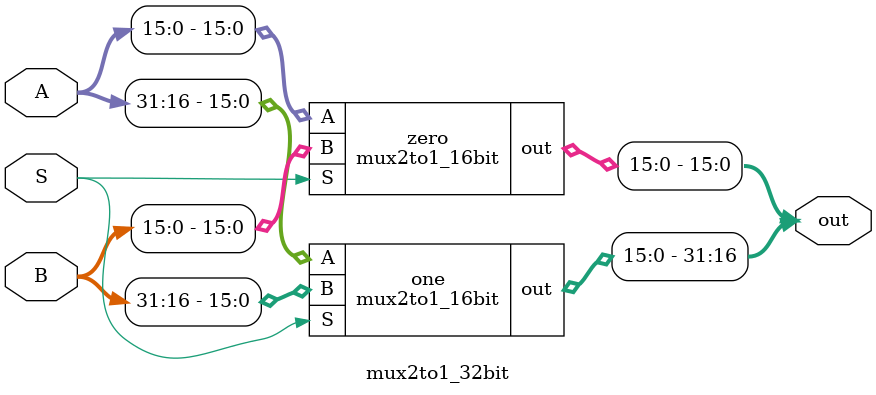
<source format=sv>
`timescale 10ns/100ps

module mux4to1(out, A, B, C, D, s1, s2);
  input A, B, C, D, s1, s2;
  output out;
  wire mux1, mux2;
  mux2to1 m1(.out(mux1), .A(A), .B(C), .S(s1));
  mux2to1 m2(.out(mux2), .A(B), .B(D), .S(s1));
  mux2to1 mf(.out(out), .A(mux1), .B(mux2), .S(s2));
  
endmodule  
  
module mux2to1(out, A, B, S);
  input A, B, S;
  output out;
  
  wire notS;
  not(notS, S);
  
  wire AandnotS;
  wire BandS;
  and(AandnotS, A, notS);
  and(BandS, B, S);
  
  or(out, BandS, AandnotS);
  
endmodule

module mux2to1_2bit(out, A, B, S);
  input [1:0] A, B;
  input S;
  output [1:0] out;
  
  mux2to1 zero(.out(out[0:0]), .A(A[0:0]), .B(B[0:0]), .S(S));
  mux2to1 one(.out(out[1:1]), .A(A[1:1]), .B(B[1:1]), .S(S));
endmodule

module mux2to1_4bit(out, A, B, S);
  input [3:0] A, B;
  input S;
  output [3:0] out;
  
  mux2to1_2bit zero(.out(out[1:0]), .A(A[1:0]), .B(B[1:0]), .S(S));
  mux2to1_2bit one(.out(out[3:2]), .A(A[3:2]), .B(B[3:2]), .S(S));
endmodule

module mux2to1_5bit(out, A, B, S);
  input [4:0] A, B;
  input S;
  output [4:0] out;
  
  mux2to1_2bit zero(.out(out[1:0]), .A(A[1:0]), .B(B[1:0]), .S(S));
  mux2to1_2bit one(.out(out[3:2]), .A(A[3:2]), .B(B[3:2]), .S(S));
  mux2to1 two(.out(out[4:4]), .A(A[4:4]), .B(B[4:4]), .S(S));
endmodule

module mux2to1_8bit(out, A, B, S);
  input [7:0] A, B;
  input S;
  output [7:0] out;
  
  mux2to1_4bit zero(.out(out[3:0]), .A(A[3:0]), .B(B[3:0]), .S(S));
  mux2to1_4bit one(.out(out[7:4]), .A(A[7:4]), .B(B[7:4]), .S(S));
endmodule

module mux2to1_16bit(out, A, B, S);
  input [15:0] A, B;
  input S;
  output [15:0] out;
  
  mux2to1_8bit zero(.out(out[7:0]), .A(A[7:0]), .B(B[7:0]), .S(S));
  mux2to1_8bit one(.out(out[15:8]), .A(A[15:8]), .B(B[15:8]), .S(S));
endmodule

module mux2to1_32bit(out, A, B, S);
  input [31:0] A, B;
  input S;
  output [31:0] out;
  
  mux2to1_16bit zero(.out(out[15:0]), .A(A[15:0]), .B(B[15:0]), .S(S));
  mux2to1_16bit one(.out(out[31:16]), .A(A[31:16]), .B(B[31:16]), .S(S));
endmodule

</source>
